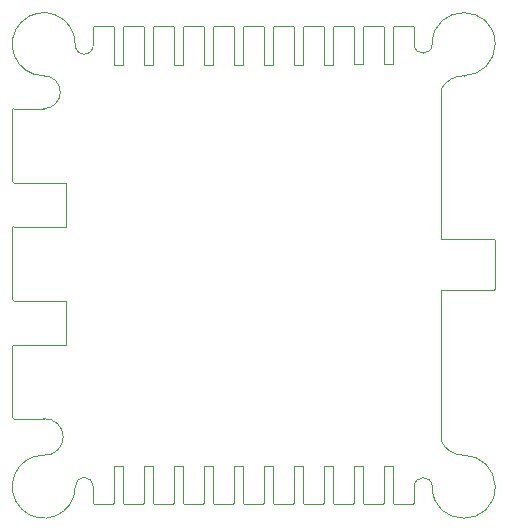
<source format=gko>
G04*
G04 #@! TF.GenerationSoftware,Altium Limited,Altium Designer,20.1.14 (287)*
G04*
G04 Layer_Color=16720538*
%FSLAX25Y25*%
%MOIN*%
G70*
G04*
G04 #@! TF.SameCoordinates,CE59E18C-A3DC-4852-8C87-7D8AF6908A11*
G04*
G04*
G04 #@! TF.FilePolarity,Positive*
G04*
G01*
G75*
%ADD105C,0.00100*%
%ADD106C,0.00010*%
D105*
X0Y10701D02*
G03*
X10502Y200I0J-10502D01*
G01*
X35Y10700D02*
G03*
X0Y10701I-35J-500D01*
G01*
X32Y10701D02*
G03*
X35Y10700I389J6078D01*
G01*
D02*
G03*
X6512Y16779I386J6078D01*
G01*
D02*
G03*
X32Y22857I-6091J0D01*
G01*
X0Y22856D02*
G03*
X32Y22857I0J501D01*
G01*
X-10502Y23358D02*
G03*
X-10000Y22856I501J0D01*
G01*
Y47481D02*
G03*
X-10502Y46979I0J-501D01*
G01*
Y62727D02*
G03*
X-10000Y62226I501J0D01*
G01*
Y86851D02*
G03*
X-10502Y86350I0J-501D01*
G01*
Y102098D02*
G03*
X-10000Y101596I501J0D01*
G01*
Y126221D02*
G03*
X-10502Y125720I0J-501D01*
G01*
X3Y126221D02*
G03*
X0Y126221I-3J-501D01*
G01*
X3D02*
G03*
X5520Y131710I29J5489D01*
G01*
D02*
G03*
X3Y137198I-5489J0D01*
G01*
X0D02*
G03*
X3Y137198I0J501D01*
G01*
X10502Y147700D02*
G03*
X0Y137198I-10502J0D01*
G01*
X10499Y147651D02*
G03*
X10502Y147700I-499J49D01*
G01*
X10499Y147654D02*
G03*
X10499Y147651I3001J-276D01*
G01*
D02*
G03*
X16513Y147379I3001J-273D01*
G01*
D02*
G03*
X16501Y147651I-3013J0D01*
G01*
X16499Y147700D02*
G03*
X16501Y147651I501J0D01*
G01*
X17000Y153701D02*
G03*
X16499Y153200I0J-501D01*
G01*
X23502D02*
G03*
X23000Y153701I-501J0D01*
G01*
X27000D02*
G03*
X26498Y153200I0J-501D01*
G01*
X33501D02*
G03*
X33000Y153701I-501J0D01*
G01*
X37000D02*
G03*
X36498Y153200I0J-501D01*
G01*
X43501D02*
G03*
X43000Y153701I-501J0D01*
G01*
X47000D02*
G03*
X46499Y153200I0J-501D01*
G01*
X53501D02*
G03*
X53000Y153701I-501J0D01*
G01*
X57000D02*
G03*
X56498Y153200I0J-501D01*
G01*
X63502D02*
G03*
X63000Y153701I-501J0D01*
G01*
X67000D02*
G03*
X66499Y153200I0J-501D01*
G01*
X73501D02*
G03*
X73000Y153701I-501J0D01*
G01*
X77000D02*
G03*
X76499Y153200I0J-501D01*
G01*
X83501D02*
G03*
X83000Y153701I-501J0D01*
G01*
X87000D02*
G03*
X86498Y153200I0J-501D01*
G01*
X93502D02*
G03*
X93000Y153701I-501J0D01*
G01*
X97000D02*
G03*
X96499Y153200I0J-501D01*
G01*
X103501D02*
G03*
X103000Y153701I-501J0D01*
G01*
X107000D02*
G03*
X106499Y153200I0J-501D01*
G01*
X113502D02*
G03*
X113000Y153701I-501J0D01*
G01*
X117000D02*
G03*
X116498Y153200I0J-501D01*
G01*
X123502D02*
G03*
X123000Y153701I-501J0D01*
G01*
X123502Y147700D02*
G03*
X129499Y147700I2998J0D01*
G01*
X150502D02*
G03*
X129499Y147700I-10502J0D01*
G01*
X140000Y137198D02*
G03*
X150502Y147700I0J10502D01*
G01*
X140001Y137198D02*
G03*
X139998Y137198I18J-8645D01*
G01*
D02*
G03*
X132423Y132681I21J-8645D01*
G01*
X150502Y82200D02*
G03*
X150000Y82701I-501J0D01*
G01*
Y65698D02*
G03*
X150502Y66200I0J501D01*
G01*
X132423Y15586D02*
G03*
X139988Y10701I7430J3208D01*
G01*
D02*
G03*
X139991Y10701I-135J8092D01*
G01*
X140000Y10701D02*
G03*
X139988Y10701I0J-501D01*
G01*
X150502Y200D02*
G03*
X140000Y10701I-10502J0D01*
G01*
X129499Y200D02*
G03*
X150502Y200I10502J0D01*
G01*
X129499D02*
G03*
X123502Y200I-2998J0D01*
G01*
X123000Y-5711D02*
G03*
X123502Y-5209I0J501D01*
G01*
X116498D02*
G03*
X117000Y-5711I501J0D01*
G01*
X113000D02*
G03*
X113502Y-5209I0J501D01*
G01*
X106499D02*
G03*
X107000Y-5711I501J0D01*
G01*
X103000D02*
G03*
X103501Y-5209I0J501D01*
G01*
X96499D02*
G03*
X97000Y-5711I501J0D01*
G01*
X93000D02*
G03*
X93502Y-5209I0J501D01*
G01*
X86498D02*
G03*
X87000Y-5711I501J0D01*
G01*
X83000D02*
G03*
X83501Y-5209I0J501D01*
G01*
X76499D02*
G03*
X77000Y-5711I501J0D01*
G01*
X73000D02*
G03*
X73501Y-5209I0J501D01*
G01*
X66499D02*
G03*
X67000Y-5711I501J0D01*
G01*
X63000D02*
G03*
X63502Y-5209I0J501D01*
G01*
X56498D02*
G03*
X57000Y-5711I501J0D01*
G01*
X53000D02*
G03*
X53501Y-5209I0J501D01*
G01*
X46499D02*
G03*
X47000Y-5711I501J0D01*
G01*
X43000D02*
G03*
X43501Y-5209I0J501D01*
G01*
X36498D02*
G03*
X37000Y-5711I501J0D01*
G01*
X33000D02*
G03*
X33501Y-5209I0J501D01*
G01*
X26498D02*
G03*
X27000Y-5711I501J0D01*
G01*
X23000D02*
G03*
X23502Y-5209I0J501D01*
G01*
X16499D02*
G03*
X17000Y-5711I501J0D01*
G01*
X16499Y220D02*
G03*
X16499Y200I501J-20D01*
G01*
X16499Y221D02*
G03*
X16501Y343I-2999J122D01*
G01*
D02*
G03*
X10501Y221I-3001J0D01*
G01*
X10502Y200D02*
G03*
X10501Y220I-501J0D01*
G01*
X32Y10701D02*
X35Y10700D01*
X32Y22857D02*
Y22857D01*
X-10000Y22856D02*
X0D01*
X-10502Y23358D02*
Y46979D01*
X-10000Y47481D02*
X7404D01*
Y62226D01*
X-10000D02*
X7404D01*
X-10502Y62727D02*
Y86350D01*
X-10000Y86851D02*
X7404D01*
Y101596D01*
X-10000D02*
X7404D01*
X-10502Y102098D02*
Y125720D01*
X-10000Y126221D02*
X0D01*
X3Y126221D02*
Y126221D01*
Y137198D02*
Y137198D01*
X10499Y147651D02*
X10499Y147654D01*
X16501Y147651D02*
X16501D01*
X16499Y147700D02*
Y153200D01*
X17000Y153701D02*
X23000D01*
X23502Y140875D02*
Y153200D01*
Y140875D02*
X26498D01*
Y153200D01*
X27000Y153701D02*
X33000D01*
X33501Y140875D02*
Y153200D01*
Y140875D02*
X36498D01*
Y153200D01*
X37000Y153701D02*
X43000D01*
X43501Y140875D02*
Y153200D01*
Y140875D02*
X46499D01*
Y153200D01*
X47000Y153701D02*
X53000D01*
X53501Y140875D02*
Y153200D01*
Y140875D02*
X56498D01*
Y153200D01*
X57000Y153701D02*
X63000D01*
X63502Y140875D02*
Y153200D01*
Y140875D02*
X66499D01*
Y153200D01*
X67000Y153701D02*
X73000D01*
X73501Y140875D02*
Y153200D01*
Y140875D02*
X76499D01*
Y153200D01*
X77000Y153701D02*
X83000D01*
X83501Y140875D02*
Y153200D01*
Y140875D02*
X86498D01*
Y153200D01*
X87000Y153701D02*
X93000D01*
X93502Y140875D02*
Y153200D01*
Y140875D02*
X96499D01*
Y153200D01*
X97000Y153701D02*
X103000D01*
X103501Y140961D02*
Y153200D01*
Y140961D02*
X106499D01*
Y153200D01*
X107000Y153701D02*
X113000D01*
X113502Y140961D02*
Y153200D01*
Y140961D02*
X116498D01*
Y153200D01*
X117000Y153701D02*
X123000D01*
X123502Y147700D02*
Y153200D01*
X140000Y137198D02*
X140001D01*
X132423Y82701D02*
Y132681D01*
Y82701D02*
X150000D01*
X150502Y66200D02*
Y82200D01*
X132423Y65698D02*
X150000D01*
X132423Y15586D02*
Y65698D01*
X139988Y10701D02*
X139991Y10701D01*
X139988Y10701D02*
Y10701D01*
X123502Y-5209D02*
Y200D01*
X117000Y-5711D02*
X123000D01*
X116498Y-5209D02*
Y7116D01*
X113502D02*
X116498D01*
X113502Y-5209D02*
Y7116D01*
X107000Y-5711D02*
X113000D01*
X106499Y-5209D02*
Y7116D01*
X103501D02*
X106499D01*
X103501Y-5209D02*
Y7116D01*
X97000Y-5711D02*
X103000D01*
X96499Y-5209D02*
Y7116D01*
X93502D02*
X96499D01*
X93502Y-5209D02*
Y7116D01*
X87000Y-5711D02*
X93000D01*
X86498Y-5209D02*
Y7116D01*
X83501D02*
X86498D01*
X83501Y-5209D02*
Y7116D01*
X77000Y-5711D02*
X83000D01*
X76499Y-5209D02*
Y7116D01*
X73501D02*
X76499D01*
X73501Y-5209D02*
Y7116D01*
X67000Y-5711D02*
X73000D01*
X66499Y-5209D02*
Y7116D01*
X63502D02*
X66499D01*
X63502Y-5209D02*
Y7116D01*
X57000Y-5711D02*
X63000D01*
X56498Y-5209D02*
Y7116D01*
X53501D02*
X56498D01*
X53501Y-5209D02*
Y7116D01*
X47000Y-5711D02*
X53000D01*
X46499Y-5209D02*
Y7116D01*
X43501D02*
X46499D01*
X43501Y-5209D02*
Y7116D01*
X37000Y-5711D02*
X43000D01*
X36498Y-5209D02*
Y7029D01*
X33501D02*
X36498D01*
X33501Y-5209D02*
Y7029D01*
X27000Y-5711D02*
X33000D01*
X26498Y-5209D02*
Y7029D01*
X23502D02*
X26498D01*
X23502Y-5209D02*
Y7029D01*
X17000Y-5711D02*
X23000D01*
X16499Y-5209D02*
Y200D01*
X16499Y221D02*
X16499Y220D01*
X10501D02*
X10501Y221D01*
D106*
X0Y10701D02*
G03*
X10502Y200I0J-10502D01*
G01*
X35Y10700D02*
G03*
X0Y10701I-35J-500D01*
G01*
X32Y10701D02*
G03*
X35Y10700I389J6078D01*
G01*
D02*
G03*
X6512Y16779I386J6078D01*
G01*
D02*
G03*
X32Y22857I-6091J0D01*
G01*
X0Y22856D02*
G03*
X32Y22857I0J501D01*
G01*
X-10502Y23358D02*
G03*
X-10000Y22856I501J0D01*
G01*
Y47481D02*
G03*
X-10502Y46979I0J-501D01*
G01*
Y62727D02*
G03*
X-10000Y62226I501J0D01*
G01*
Y86851D02*
G03*
X-10502Y86350I0J-501D01*
G01*
Y102098D02*
G03*
X-10000Y101596I501J0D01*
G01*
Y126221D02*
G03*
X-10502Y125720I0J-501D01*
G01*
X3Y126221D02*
G03*
X0Y126221I-3J-501D01*
G01*
X3D02*
G03*
X5520Y131710I29J5489D01*
G01*
D02*
G03*
X3Y137198I-5489J0D01*
G01*
X0D02*
G03*
X3Y137198I0J501D01*
G01*
X10502Y147700D02*
G03*
X0Y137198I-10502J0D01*
G01*
X10499Y147651D02*
G03*
X10502Y147700I-499J49D01*
G01*
X10499Y147654D02*
G03*
X10499Y147651I3001J-276D01*
G01*
D02*
G03*
X16513Y147379I3001J-273D01*
G01*
D02*
G03*
X16501Y147651I-3013J0D01*
G01*
X16499Y147700D02*
G03*
X16501Y147651I501J0D01*
G01*
X17000Y153701D02*
G03*
X16499Y153200I0J-501D01*
G01*
X23502D02*
G03*
X23000Y153701I-501J0D01*
G01*
X27000D02*
G03*
X26498Y153200I0J-501D01*
G01*
X33501D02*
G03*
X33000Y153701I-501J0D01*
G01*
X37000D02*
G03*
X36498Y153200I0J-501D01*
G01*
X43501D02*
G03*
X43000Y153701I-501J0D01*
G01*
X47000D02*
G03*
X46499Y153200I0J-501D01*
G01*
X53501D02*
G03*
X53000Y153701I-501J0D01*
G01*
X57000D02*
G03*
X56498Y153200I0J-501D01*
G01*
X63502D02*
G03*
X63000Y153701I-501J0D01*
G01*
X67000D02*
G03*
X66499Y153200I0J-501D01*
G01*
X73501D02*
G03*
X73000Y153701I-501J0D01*
G01*
X77000D02*
G03*
X76499Y153200I0J-501D01*
G01*
X83501D02*
G03*
X83000Y153701I-501J0D01*
G01*
X87000D02*
G03*
X86498Y153200I0J-501D01*
G01*
X93502D02*
G03*
X93000Y153701I-501J0D01*
G01*
X97000D02*
G03*
X96499Y153200I0J-501D01*
G01*
X103501D02*
G03*
X103000Y153701I-501J0D01*
G01*
X107000D02*
G03*
X106499Y153200I0J-501D01*
G01*
X113502D02*
G03*
X113000Y153701I-501J0D01*
G01*
X117000D02*
G03*
X116498Y153200I0J-501D01*
G01*
X123502D02*
G03*
X123000Y153701I-501J0D01*
G01*
X123502Y147700D02*
G03*
X129499Y147700I2998J0D01*
G01*
X150502D02*
G03*
X129499Y147700I-10502J0D01*
G01*
X140000Y137198D02*
G03*
X150502Y147700I0J10502D01*
G01*
X140001Y137198D02*
G03*
X139998Y137198I18J-8645D01*
G01*
D02*
G03*
X132423Y132681I21J-8645D01*
G01*
X150502Y82200D02*
G03*
X150000Y82701I-501J0D01*
G01*
Y65698D02*
G03*
X150502Y66200I0J501D01*
G01*
X132423Y15586D02*
G03*
X139988Y10701I7430J3208D01*
G01*
D02*
G03*
X139991Y10701I-135J8092D01*
G01*
X140000Y10701D02*
G03*
X139988Y10701I0J-501D01*
G01*
X150502Y200D02*
G03*
X140000Y10701I-10502J0D01*
G01*
X129499Y200D02*
G03*
X150502Y200I10502J0D01*
G01*
X129499D02*
G03*
X123502Y200I-2998J0D01*
G01*
X123000Y-5711D02*
G03*
X123502Y-5209I0J501D01*
G01*
X116498D02*
G03*
X117000Y-5711I501J0D01*
G01*
X113000D02*
G03*
X113502Y-5209I0J501D01*
G01*
X106499D02*
G03*
X107000Y-5711I501J0D01*
G01*
X103000D02*
G03*
X103501Y-5209I0J501D01*
G01*
X96499D02*
G03*
X97000Y-5711I501J0D01*
G01*
X93000D02*
G03*
X93502Y-5209I0J501D01*
G01*
X86498D02*
G03*
X87000Y-5711I501J0D01*
G01*
X83000D02*
G03*
X83501Y-5209I0J501D01*
G01*
X76499D02*
G03*
X77000Y-5711I501J0D01*
G01*
X73000D02*
G03*
X73501Y-5209I0J501D01*
G01*
X66499D02*
G03*
X67000Y-5711I501J0D01*
G01*
X63000D02*
G03*
X63502Y-5209I0J501D01*
G01*
X56498D02*
G03*
X57000Y-5711I501J0D01*
G01*
X53000D02*
G03*
X53501Y-5209I0J501D01*
G01*
X46499D02*
G03*
X47000Y-5711I501J0D01*
G01*
X43000D02*
G03*
X43501Y-5209I0J501D01*
G01*
X36498D02*
G03*
X37000Y-5711I501J0D01*
G01*
X33000D02*
G03*
X33501Y-5209I0J501D01*
G01*
X26498D02*
G03*
X27000Y-5711I501J0D01*
G01*
X23000D02*
G03*
X23502Y-5209I0J501D01*
G01*
X16499D02*
G03*
X17000Y-5711I501J0D01*
G01*
X16499Y220D02*
G03*
X16499Y200I501J-20D01*
G01*
X16499Y221D02*
G03*
X16501Y343I-2999J122D01*
G01*
D02*
G03*
X10501Y221I-3001J0D01*
G01*
X10502Y200D02*
G03*
X10501Y220I-501J0D01*
G01*
X32Y10701D02*
X35Y10700D01*
X32Y22857D02*
Y22857D01*
X-10000Y22856D02*
X0D01*
X-10502Y23358D02*
Y46979D01*
X-10000Y47481D02*
X7404D01*
Y62226D01*
X-10000D02*
X7404D01*
X-10502Y62727D02*
Y86350D01*
X-10000Y86851D02*
X7404D01*
Y101596D01*
X-10000D02*
X7404D01*
X-10502Y102098D02*
Y125720D01*
X-10000Y126221D02*
X0D01*
X3Y126221D02*
Y126221D01*
Y137198D02*
Y137198D01*
X10499Y147651D02*
X10499Y147654D01*
X16501Y147651D02*
X16501D01*
X16499Y147700D02*
Y153200D01*
X17000Y153701D02*
X23000D01*
X23502Y140875D02*
Y153200D01*
Y140875D02*
X26498D01*
Y153200D01*
X27000Y153701D02*
X33000D01*
X33501Y140875D02*
Y153200D01*
Y140875D02*
X36498D01*
Y153200D01*
X37000Y153701D02*
X43000D01*
X43501Y140875D02*
Y153200D01*
Y140875D02*
X46499D01*
Y153200D01*
X47000Y153701D02*
X53000D01*
X53501Y140875D02*
Y153200D01*
Y140875D02*
X56498D01*
Y153200D01*
X57000Y153701D02*
X63000D01*
X63502Y140875D02*
Y153200D01*
Y140875D02*
X66499D01*
Y153200D01*
X67000Y153701D02*
X73000D01*
X73501Y140875D02*
Y153200D01*
Y140875D02*
X76499D01*
Y153200D01*
X77000Y153701D02*
X83000D01*
X83501Y140875D02*
Y153200D01*
Y140875D02*
X86498D01*
Y153200D01*
X87000Y153701D02*
X93000D01*
X93502Y140875D02*
Y153200D01*
Y140875D02*
X96499D01*
Y153200D01*
X97000Y153701D02*
X103000D01*
X103501Y140961D02*
Y153200D01*
Y140961D02*
X106499D01*
Y153200D01*
X107000Y153701D02*
X113000D01*
X113502Y140961D02*
Y153200D01*
Y140961D02*
X116498D01*
Y153200D01*
X117000Y153701D02*
X123000D01*
X123502Y147700D02*
Y153200D01*
X140000Y137198D02*
X140001D01*
X132423Y82701D02*
Y132681D01*
Y82701D02*
X150000D01*
X150502Y66200D02*
Y82200D01*
X132423Y65698D02*
X150000D01*
X132423Y15586D02*
Y65698D01*
X139988Y10701D02*
X139991Y10701D01*
X139988Y10701D02*
Y10701D01*
X123502Y-5209D02*
Y200D01*
X117000Y-5711D02*
X123000D01*
X116498Y-5209D02*
Y7116D01*
X113502D02*
X116498D01*
X113502Y-5209D02*
Y7116D01*
X107000Y-5711D02*
X113000D01*
X106499Y-5209D02*
Y7116D01*
X103501D02*
X106499D01*
X103501Y-5209D02*
Y7116D01*
X97000Y-5711D02*
X103000D01*
X96499Y-5209D02*
Y7116D01*
X93502D02*
X96499D01*
X93502Y-5209D02*
Y7116D01*
X87000Y-5711D02*
X93000D01*
X86498Y-5209D02*
Y7116D01*
X83501D02*
X86498D01*
X83501Y-5209D02*
Y7116D01*
X77000Y-5711D02*
X83000D01*
X76499Y-5209D02*
Y7116D01*
X73501D02*
X76499D01*
X73501Y-5209D02*
Y7116D01*
X67000Y-5711D02*
X73000D01*
X66499Y-5209D02*
Y7116D01*
X63502D02*
X66499D01*
X63502Y-5209D02*
Y7116D01*
X57000Y-5711D02*
X63000D01*
X56498Y-5209D02*
Y7116D01*
X53501D02*
X56498D01*
X53501Y-5209D02*
Y7116D01*
X47000Y-5711D02*
X53000D01*
X46499Y-5209D02*
Y7116D01*
X43501D02*
X46499D01*
X43501Y-5209D02*
Y7116D01*
X37000Y-5711D02*
X43000D01*
X36498Y-5209D02*
Y7029D01*
X33501D02*
X36498D01*
X33501Y-5209D02*
Y7029D01*
X27000Y-5711D02*
X33000D01*
X26498Y-5209D02*
Y7029D01*
X23502D02*
X26498D01*
X23502Y-5209D02*
Y7029D01*
X17000Y-5711D02*
X23000D01*
X16499Y-5209D02*
Y200D01*
X16499Y221D02*
X16499Y220D01*
X10501D02*
X10501Y221D01*
M02*

</source>
